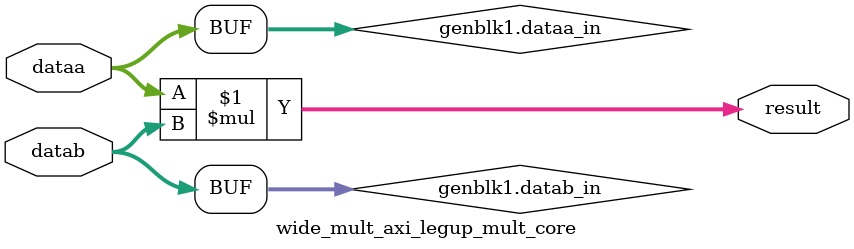
<source format=v>
`timescale 1ns / 1ns
module wide_mult_axi_legup_mult_core(
    dataa,
    datab,
    result  
);

parameter widtha = 32;
parameter widthb = 32;
parameter widthp = 64;
parameter representation = "UNSIGNED";

input [widtha-1:0] dataa;
input [widthb-1:0] datab;
output [widthp-1:0] result;

generate
if (representation == "UNSIGNED")
begin

    wire [widtha-1:0] dataa_in = dataa;
    wire [widthb-1:0] datab_in = datab;
    assign result = dataa_in * datab_in;

end else begin

    wire signed [widtha-1:0] dataa_in = dataa;
    wire signed [widthb-1:0] datab_in = datab;
    assign result = dataa_in * datab_in;

end
endgenerate

endmodule

</source>
